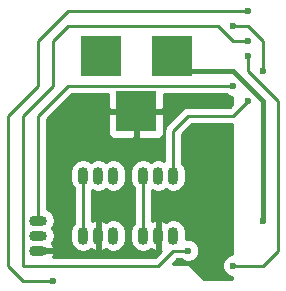
<source format=gbr>
G04 #@! TF.FileFunction,Copper,L2,Bot,Signal*
%FSLAX46Y46*%
G04 Gerber Fmt 4.6, Leading zero omitted, Abs format (unit mm)*
G04 Created by KiCad (PCBNEW (2015-08-01 BZR 6032, Git 6a6a55f)-product) date 23-Aug-15 5:30:30 PM*
%MOMM*%
G01*
G04 APERTURE LIST*
%ADD10C,0.100000*%
%ADD11R,3.500120X3.500120*%
%ADD12O,0.899160X1.501140*%
%ADD13O,1.501140X0.899160*%
%ADD14C,0.600000*%
%ADD15C,0.450000*%
%ADD16C,0.250000*%
%ADD17C,0.254000*%
G04 APERTURE END LIST*
D10*
D11*
X107800140Y-85090000D03*
X101800660Y-85090000D03*
X104800400Y-89789000D03*
D12*
X101600000Y-95250000D03*
X102870000Y-95250000D03*
X100330000Y-95250000D03*
X101600000Y-100330000D03*
X102870000Y-100330000D03*
X100330000Y-100330000D03*
X106680000Y-95250000D03*
X107950000Y-95250000D03*
X105410000Y-95250000D03*
X106680000Y-100330000D03*
X107950000Y-100330000D03*
X105410000Y-100330000D03*
D13*
X96520000Y-100330000D03*
X96520000Y-99060000D03*
X96520000Y-101600000D03*
D14*
X115570000Y-99060000D03*
X107950000Y-90170000D03*
X107950000Y-88900000D03*
X109220000Y-88900000D03*
X110490000Y-102870000D03*
X111760000Y-92710000D03*
X110490000Y-92710000D03*
X101600000Y-90170000D03*
X100330000Y-90170000D03*
X100330000Y-88900000D03*
X101600000Y-88900000D03*
X97790000Y-104140000D03*
X114300000Y-81280000D03*
X115570000Y-86360000D03*
X113030000Y-82550000D03*
X114300000Y-83820000D03*
X109220000Y-101600000D03*
X114300000Y-88900000D03*
X113030000Y-87630000D03*
X114300000Y-85090000D03*
X113030000Y-102870000D03*
D15*
X115570000Y-99060000D02*
X115570000Y-88900000D01*
X115570000Y-88900000D02*
X113030000Y-86360000D01*
X113030000Y-86360000D02*
X109070140Y-86360000D01*
X109070140Y-86360000D02*
X107800140Y-85090000D01*
X110490000Y-92710000D02*
X111760000Y-92710000D01*
X104800400Y-89789000D02*
X101981000Y-89789000D01*
X101981000Y-89789000D02*
X101600000Y-90170000D01*
X100330000Y-90170000D02*
X100330000Y-88900000D01*
D16*
X114300000Y-81280000D02*
X99060000Y-81280000D01*
X99060000Y-81280000D02*
X96520000Y-83820000D01*
X96520000Y-83820000D02*
X96520000Y-87630000D01*
X96520000Y-87630000D02*
X93980000Y-90170000D01*
X93980000Y-90170000D02*
X93980000Y-102870000D01*
X93980000Y-102870000D02*
X95250000Y-104140000D01*
X95250000Y-104140000D02*
X97790000Y-104140000D01*
X115570000Y-85090000D02*
X115570000Y-86360000D01*
X115570000Y-83820000D02*
X115570000Y-85090000D01*
X114300000Y-82550000D02*
X115570000Y-83820000D01*
X113030000Y-82550000D02*
X114300000Y-82550000D01*
X105410000Y-82550000D02*
X111760000Y-82550000D01*
X113030000Y-83820000D02*
X111760000Y-82550000D01*
X113030000Y-83820000D02*
X114300000Y-83820000D01*
X105410000Y-82550000D02*
X99060000Y-82550000D01*
X99060000Y-82550000D02*
X109220000Y-82550000D01*
X109220000Y-82550000D02*
X105410000Y-82550000D01*
X105410000Y-82550000D02*
X99060000Y-82550000D01*
X99060000Y-82550000D02*
X97790000Y-83820000D01*
X97790000Y-83820000D02*
X97790000Y-87630000D01*
X97790000Y-87630000D02*
X95250000Y-90170000D01*
X95250000Y-90170000D02*
X95250000Y-102870000D01*
X95250000Y-102870000D02*
X106680000Y-102870000D01*
X106680000Y-102870000D02*
X107950000Y-101600000D01*
X107950000Y-101600000D02*
X109220000Y-101600000D01*
X100330000Y-95250000D02*
X100330000Y-100330000D01*
X107950000Y-91440000D02*
X107950000Y-95250000D01*
X109220000Y-90170000D02*
X107950000Y-91440000D01*
X113030000Y-90170000D02*
X109220000Y-90170000D01*
X114300000Y-88900000D02*
X113030000Y-90170000D01*
X105410000Y-95250000D02*
X105410000Y-100330000D01*
X96520000Y-90170000D02*
X96520000Y-99060000D01*
X99060000Y-87630000D02*
X96520000Y-90170000D01*
X101600000Y-87630000D02*
X99060000Y-87630000D01*
X109220000Y-87630000D02*
X101600000Y-87630000D01*
X113030000Y-87630000D02*
X109220000Y-87630000D01*
X114300000Y-85090000D02*
X114300000Y-86360000D01*
X114300000Y-86360000D02*
X116840000Y-88900000D01*
X115570000Y-102870000D02*
X113030000Y-102870000D01*
X116840000Y-101600000D02*
X115570000Y-102870000D01*
X116840000Y-88900000D02*
X116840000Y-101600000D01*
D17*
G36*
X102415340Y-89503250D02*
X102574090Y-89662000D01*
X104673400Y-89662000D01*
X104673400Y-89642000D01*
X104927400Y-89642000D01*
X104927400Y-89662000D01*
X107026710Y-89662000D01*
X107185460Y-89503250D01*
X107185460Y-88390000D01*
X112467537Y-88390000D01*
X112499673Y-88422192D01*
X112843201Y-88564838D01*
X112903000Y-88564890D01*
X112903000Y-89222198D01*
X112715198Y-89410000D01*
X109220000Y-89410000D01*
X108929160Y-89467852D01*
X108682599Y-89632599D01*
X107412599Y-90902599D01*
X107247852Y-91149161D01*
X107190000Y-91440000D01*
X107190000Y-93983287D01*
X107095051Y-93919844D01*
X106680000Y-93837285D01*
X106264949Y-93919844D01*
X106045000Y-94066809D01*
X105825051Y-93919844D01*
X105410000Y-93837285D01*
X104994949Y-93919844D01*
X104643086Y-94154951D01*
X104407979Y-94506814D01*
X104325420Y-94921865D01*
X104325420Y-95578135D01*
X104407979Y-95993186D01*
X104643086Y-96345049D01*
X104650000Y-96349669D01*
X104650000Y-99230331D01*
X104643086Y-99234951D01*
X104407979Y-99586814D01*
X104325420Y-100001865D01*
X104325420Y-100658135D01*
X104407979Y-101073186D01*
X104643086Y-101425049D01*
X104994949Y-101660156D01*
X105410000Y-101742715D01*
X105825051Y-101660156D01*
X106049238Y-101510359D01*
X106386065Y-101674981D01*
X106553000Y-101548068D01*
X106553000Y-100457000D01*
X106533000Y-100457000D01*
X106533000Y-100203000D01*
X106553000Y-100203000D01*
X106553000Y-99111932D01*
X106386065Y-98985019D01*
X106170000Y-99090619D01*
X106170000Y-96516713D01*
X106264949Y-96580156D01*
X106680000Y-96662715D01*
X107095051Y-96580156D01*
X107315000Y-96433191D01*
X107534949Y-96580156D01*
X107950000Y-96662715D01*
X108365051Y-96580156D01*
X108716914Y-96345049D01*
X108952021Y-95993186D01*
X109034580Y-95578135D01*
X109034580Y-94921865D01*
X108952021Y-94506814D01*
X108716914Y-94154951D01*
X108710000Y-94150331D01*
X108710000Y-91754802D01*
X109534802Y-90930000D01*
X112903000Y-90930000D01*
X112903000Y-101934889D01*
X112844833Y-101934838D01*
X112501057Y-102076883D01*
X112237808Y-102339673D01*
X112095162Y-102683201D01*
X112094838Y-103055167D01*
X112236883Y-103398943D01*
X112499673Y-103662192D01*
X112843201Y-103804838D01*
X112903000Y-103804890D01*
X112903000Y-104013000D01*
X110542606Y-104013000D01*
X109309803Y-102780197D01*
X109267789Y-102752334D01*
X109220000Y-102743000D01*
X107881802Y-102743000D01*
X108264802Y-102360000D01*
X108657537Y-102360000D01*
X108689673Y-102392192D01*
X109033201Y-102534838D01*
X109405167Y-102535162D01*
X109748943Y-102393117D01*
X110012192Y-102130327D01*
X110154838Y-101786799D01*
X110155162Y-101414833D01*
X110013117Y-101071057D01*
X109750327Y-100807808D01*
X109406799Y-100665162D01*
X109034833Y-100664838D01*
X109033105Y-100665552D01*
X109034580Y-100658135D01*
X109034580Y-100001865D01*
X108952021Y-99586814D01*
X108716914Y-99234951D01*
X108365051Y-98999844D01*
X107950000Y-98917285D01*
X107534949Y-98999844D01*
X107310762Y-99149641D01*
X106973935Y-98985019D01*
X106807000Y-99111932D01*
X106807000Y-100203000D01*
X106827000Y-100203000D01*
X106827000Y-100457000D01*
X106807000Y-100457000D01*
X106807000Y-101548068D01*
X106875246Y-101599952D01*
X106365198Y-102110000D01*
X97759381Y-102110000D01*
X97864981Y-101893935D01*
X97738068Y-101727000D01*
X96647000Y-101727000D01*
X96647000Y-101747000D01*
X96393000Y-101747000D01*
X96393000Y-101727000D01*
X96373000Y-101727000D01*
X96373000Y-101473000D01*
X96393000Y-101473000D01*
X96393000Y-101453000D01*
X96647000Y-101453000D01*
X96647000Y-101473000D01*
X97738068Y-101473000D01*
X97864981Y-101306065D01*
X97700359Y-100969238D01*
X97850156Y-100745051D01*
X97932715Y-100330000D01*
X97850156Y-99914949D01*
X97703191Y-99695000D01*
X97850156Y-99475051D01*
X97932715Y-99060000D01*
X97850156Y-98644949D01*
X97615049Y-98293086D01*
X97280000Y-98069214D01*
X97280000Y-94921865D01*
X99245420Y-94921865D01*
X99245420Y-95578135D01*
X99327979Y-95993186D01*
X99563086Y-96345049D01*
X99570000Y-96349669D01*
X99570000Y-99230331D01*
X99563086Y-99234951D01*
X99327979Y-99586814D01*
X99245420Y-100001865D01*
X99245420Y-100658135D01*
X99327979Y-101073186D01*
X99563086Y-101425049D01*
X99914949Y-101660156D01*
X100330000Y-101742715D01*
X100745051Y-101660156D01*
X100969238Y-101510359D01*
X101306065Y-101674981D01*
X101473000Y-101548068D01*
X101473000Y-100457000D01*
X101453000Y-100457000D01*
X101453000Y-100203000D01*
X101473000Y-100203000D01*
X101473000Y-99111932D01*
X101727000Y-99111932D01*
X101727000Y-100203000D01*
X101747000Y-100203000D01*
X101747000Y-100457000D01*
X101727000Y-100457000D01*
X101727000Y-101548068D01*
X101893935Y-101674981D01*
X102230762Y-101510359D01*
X102454949Y-101660156D01*
X102870000Y-101742715D01*
X103285051Y-101660156D01*
X103636914Y-101425049D01*
X103872021Y-101073186D01*
X103954580Y-100658135D01*
X103954580Y-100001865D01*
X103872021Y-99586814D01*
X103636914Y-99234951D01*
X103285051Y-98999844D01*
X102870000Y-98917285D01*
X102454949Y-98999844D01*
X102230762Y-99149641D01*
X101893935Y-98985019D01*
X101727000Y-99111932D01*
X101473000Y-99111932D01*
X101306065Y-98985019D01*
X101090000Y-99090619D01*
X101090000Y-96516713D01*
X101184949Y-96580156D01*
X101600000Y-96662715D01*
X102015051Y-96580156D01*
X102235000Y-96433191D01*
X102454949Y-96580156D01*
X102870000Y-96662715D01*
X103285051Y-96580156D01*
X103636914Y-96345049D01*
X103872021Y-95993186D01*
X103954580Y-95578135D01*
X103954580Y-94921865D01*
X103872021Y-94506814D01*
X103636914Y-94154951D01*
X103285051Y-93919844D01*
X102870000Y-93837285D01*
X102454949Y-93919844D01*
X102235000Y-94066809D01*
X102015051Y-93919844D01*
X101600000Y-93837285D01*
X101184949Y-93919844D01*
X100965000Y-94066809D01*
X100745051Y-93919844D01*
X100330000Y-93837285D01*
X99914949Y-93919844D01*
X99563086Y-94154951D01*
X99327979Y-94506814D01*
X99245420Y-94921865D01*
X97280000Y-94921865D01*
X97280000Y-90484802D01*
X97690052Y-90074750D01*
X102415340Y-90074750D01*
X102415340Y-91665370D01*
X102512013Y-91898759D01*
X102690642Y-92077387D01*
X102924031Y-92174060D01*
X104514650Y-92174060D01*
X104673400Y-92015310D01*
X104673400Y-89916000D01*
X104927400Y-89916000D01*
X104927400Y-92015310D01*
X105086150Y-92174060D01*
X106676769Y-92174060D01*
X106910158Y-92077387D01*
X107088787Y-91898759D01*
X107185460Y-91665370D01*
X107185460Y-90074750D01*
X107026710Y-89916000D01*
X104927400Y-89916000D01*
X104673400Y-89916000D01*
X102574090Y-89916000D01*
X102415340Y-90074750D01*
X97690052Y-90074750D01*
X99374802Y-88390000D01*
X102415340Y-88390000D01*
X102415340Y-89503250D01*
X102415340Y-89503250D01*
G37*
X102415340Y-89503250D02*
X102574090Y-89662000D01*
X104673400Y-89662000D01*
X104673400Y-89642000D01*
X104927400Y-89642000D01*
X104927400Y-89662000D01*
X107026710Y-89662000D01*
X107185460Y-89503250D01*
X107185460Y-88390000D01*
X112467537Y-88390000D01*
X112499673Y-88422192D01*
X112843201Y-88564838D01*
X112903000Y-88564890D01*
X112903000Y-89222198D01*
X112715198Y-89410000D01*
X109220000Y-89410000D01*
X108929160Y-89467852D01*
X108682599Y-89632599D01*
X107412599Y-90902599D01*
X107247852Y-91149161D01*
X107190000Y-91440000D01*
X107190000Y-93983287D01*
X107095051Y-93919844D01*
X106680000Y-93837285D01*
X106264949Y-93919844D01*
X106045000Y-94066809D01*
X105825051Y-93919844D01*
X105410000Y-93837285D01*
X104994949Y-93919844D01*
X104643086Y-94154951D01*
X104407979Y-94506814D01*
X104325420Y-94921865D01*
X104325420Y-95578135D01*
X104407979Y-95993186D01*
X104643086Y-96345049D01*
X104650000Y-96349669D01*
X104650000Y-99230331D01*
X104643086Y-99234951D01*
X104407979Y-99586814D01*
X104325420Y-100001865D01*
X104325420Y-100658135D01*
X104407979Y-101073186D01*
X104643086Y-101425049D01*
X104994949Y-101660156D01*
X105410000Y-101742715D01*
X105825051Y-101660156D01*
X106049238Y-101510359D01*
X106386065Y-101674981D01*
X106553000Y-101548068D01*
X106553000Y-100457000D01*
X106533000Y-100457000D01*
X106533000Y-100203000D01*
X106553000Y-100203000D01*
X106553000Y-99111932D01*
X106386065Y-98985019D01*
X106170000Y-99090619D01*
X106170000Y-96516713D01*
X106264949Y-96580156D01*
X106680000Y-96662715D01*
X107095051Y-96580156D01*
X107315000Y-96433191D01*
X107534949Y-96580156D01*
X107950000Y-96662715D01*
X108365051Y-96580156D01*
X108716914Y-96345049D01*
X108952021Y-95993186D01*
X109034580Y-95578135D01*
X109034580Y-94921865D01*
X108952021Y-94506814D01*
X108716914Y-94154951D01*
X108710000Y-94150331D01*
X108710000Y-91754802D01*
X109534802Y-90930000D01*
X112903000Y-90930000D01*
X112903000Y-101934889D01*
X112844833Y-101934838D01*
X112501057Y-102076883D01*
X112237808Y-102339673D01*
X112095162Y-102683201D01*
X112094838Y-103055167D01*
X112236883Y-103398943D01*
X112499673Y-103662192D01*
X112843201Y-103804838D01*
X112903000Y-103804890D01*
X112903000Y-104013000D01*
X110542606Y-104013000D01*
X109309803Y-102780197D01*
X109267789Y-102752334D01*
X109220000Y-102743000D01*
X107881802Y-102743000D01*
X108264802Y-102360000D01*
X108657537Y-102360000D01*
X108689673Y-102392192D01*
X109033201Y-102534838D01*
X109405167Y-102535162D01*
X109748943Y-102393117D01*
X110012192Y-102130327D01*
X110154838Y-101786799D01*
X110155162Y-101414833D01*
X110013117Y-101071057D01*
X109750327Y-100807808D01*
X109406799Y-100665162D01*
X109034833Y-100664838D01*
X109033105Y-100665552D01*
X109034580Y-100658135D01*
X109034580Y-100001865D01*
X108952021Y-99586814D01*
X108716914Y-99234951D01*
X108365051Y-98999844D01*
X107950000Y-98917285D01*
X107534949Y-98999844D01*
X107310762Y-99149641D01*
X106973935Y-98985019D01*
X106807000Y-99111932D01*
X106807000Y-100203000D01*
X106827000Y-100203000D01*
X106827000Y-100457000D01*
X106807000Y-100457000D01*
X106807000Y-101548068D01*
X106875246Y-101599952D01*
X106365198Y-102110000D01*
X97759381Y-102110000D01*
X97864981Y-101893935D01*
X97738068Y-101727000D01*
X96647000Y-101727000D01*
X96647000Y-101747000D01*
X96393000Y-101747000D01*
X96393000Y-101727000D01*
X96373000Y-101727000D01*
X96373000Y-101473000D01*
X96393000Y-101473000D01*
X96393000Y-101453000D01*
X96647000Y-101453000D01*
X96647000Y-101473000D01*
X97738068Y-101473000D01*
X97864981Y-101306065D01*
X97700359Y-100969238D01*
X97850156Y-100745051D01*
X97932715Y-100330000D01*
X97850156Y-99914949D01*
X97703191Y-99695000D01*
X97850156Y-99475051D01*
X97932715Y-99060000D01*
X97850156Y-98644949D01*
X97615049Y-98293086D01*
X97280000Y-98069214D01*
X97280000Y-94921865D01*
X99245420Y-94921865D01*
X99245420Y-95578135D01*
X99327979Y-95993186D01*
X99563086Y-96345049D01*
X99570000Y-96349669D01*
X99570000Y-99230331D01*
X99563086Y-99234951D01*
X99327979Y-99586814D01*
X99245420Y-100001865D01*
X99245420Y-100658135D01*
X99327979Y-101073186D01*
X99563086Y-101425049D01*
X99914949Y-101660156D01*
X100330000Y-101742715D01*
X100745051Y-101660156D01*
X100969238Y-101510359D01*
X101306065Y-101674981D01*
X101473000Y-101548068D01*
X101473000Y-100457000D01*
X101453000Y-100457000D01*
X101453000Y-100203000D01*
X101473000Y-100203000D01*
X101473000Y-99111932D01*
X101727000Y-99111932D01*
X101727000Y-100203000D01*
X101747000Y-100203000D01*
X101747000Y-100457000D01*
X101727000Y-100457000D01*
X101727000Y-101548068D01*
X101893935Y-101674981D01*
X102230762Y-101510359D01*
X102454949Y-101660156D01*
X102870000Y-101742715D01*
X103285051Y-101660156D01*
X103636914Y-101425049D01*
X103872021Y-101073186D01*
X103954580Y-100658135D01*
X103954580Y-100001865D01*
X103872021Y-99586814D01*
X103636914Y-99234951D01*
X103285051Y-98999844D01*
X102870000Y-98917285D01*
X102454949Y-98999844D01*
X102230762Y-99149641D01*
X101893935Y-98985019D01*
X101727000Y-99111932D01*
X101473000Y-99111932D01*
X101306065Y-98985019D01*
X101090000Y-99090619D01*
X101090000Y-96516713D01*
X101184949Y-96580156D01*
X101600000Y-96662715D01*
X102015051Y-96580156D01*
X102235000Y-96433191D01*
X102454949Y-96580156D01*
X102870000Y-96662715D01*
X103285051Y-96580156D01*
X103636914Y-96345049D01*
X103872021Y-95993186D01*
X103954580Y-95578135D01*
X103954580Y-94921865D01*
X103872021Y-94506814D01*
X103636914Y-94154951D01*
X103285051Y-93919844D01*
X102870000Y-93837285D01*
X102454949Y-93919844D01*
X102235000Y-94066809D01*
X102015051Y-93919844D01*
X101600000Y-93837285D01*
X101184949Y-93919844D01*
X100965000Y-94066809D01*
X100745051Y-93919844D01*
X100330000Y-93837285D01*
X99914949Y-93919844D01*
X99563086Y-94154951D01*
X99327979Y-94506814D01*
X99245420Y-94921865D01*
X97280000Y-94921865D01*
X97280000Y-90484802D01*
X97690052Y-90074750D01*
X102415340Y-90074750D01*
X102415340Y-91665370D01*
X102512013Y-91898759D01*
X102690642Y-92077387D01*
X102924031Y-92174060D01*
X104514650Y-92174060D01*
X104673400Y-92015310D01*
X104673400Y-89916000D01*
X104927400Y-89916000D01*
X104927400Y-92015310D01*
X105086150Y-92174060D01*
X106676769Y-92174060D01*
X106910158Y-92077387D01*
X107088787Y-91898759D01*
X107185460Y-91665370D01*
X107185460Y-90074750D01*
X107026710Y-89916000D01*
X104927400Y-89916000D01*
X104673400Y-89916000D01*
X102574090Y-89916000D01*
X102415340Y-90074750D01*
X97690052Y-90074750D01*
X99374802Y-88390000D01*
X102415340Y-88390000D01*
X102415340Y-89503250D01*
M02*

</source>
